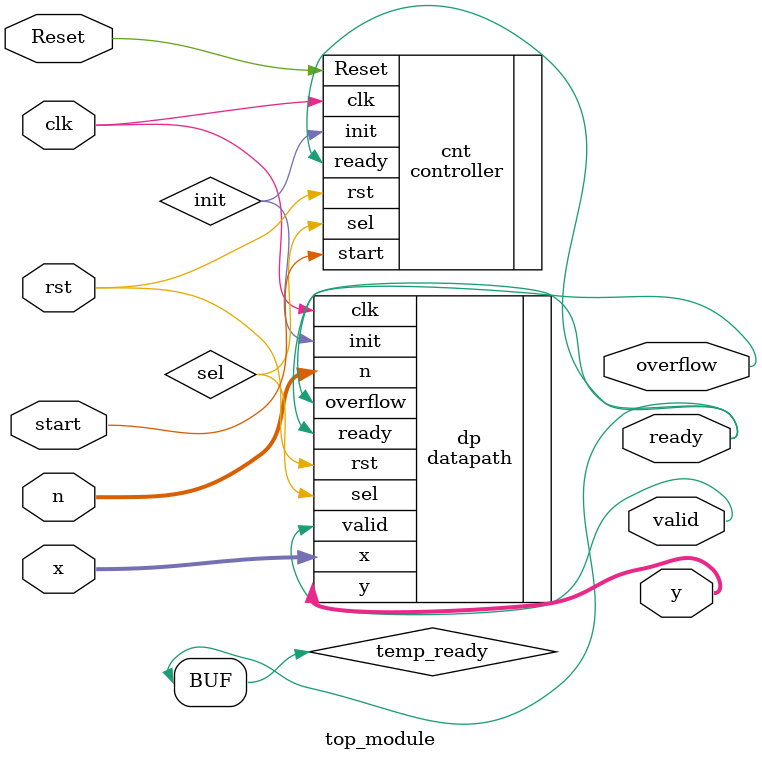
<source format=v>
`timescale 1ns/1ns
module top_module(clk, rst, n, x, Reset, start, y, valid, ready, overflow);
    input clk, rst, Reset, start;
    input [2:0] n;
    input [7:0] x;
    output [31:0] y;
    output valid, ready, overflow;
    wire init , sel , temp_ready;
    assign temp_ready = ready;
    datapath dp(.clk(clk), .rst(rst), .init(init), .x(x), .n(n), .ready(ready), .overflow(overflow), .valid(valid), .y(y) , .sel(sel));
    controller cnt(.clk(clk), .rst(rst), .start(start), .Reset(Reset), .init(init) , .sel(sel) , .ready(temp_ready));
endmodule
</source>
